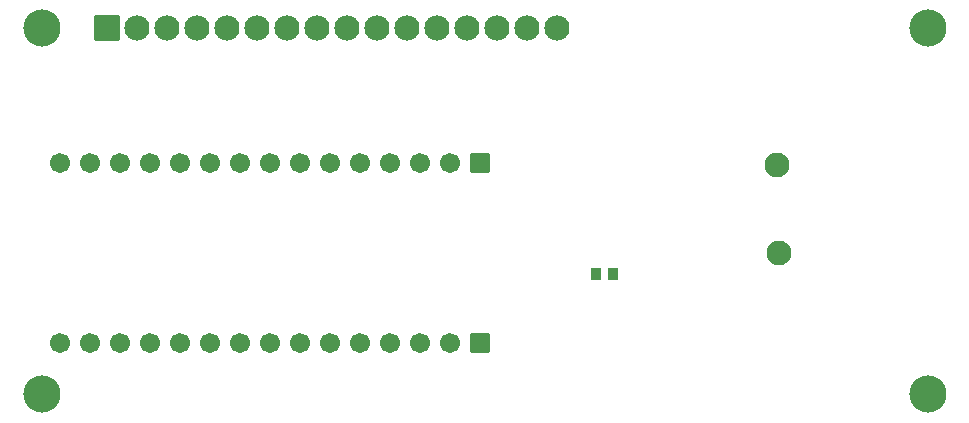
<source format=gts>
G04 Layer: TopSolderMaskLayer*
G04 EasyEDA v6.5.39, 2024-01-17 10:02:44*
G04 1fef0b057c1544a4ae72d55d562c7267,bea696f6f0d84e5180a10d4e04dd4222,10*
G04 Gerber Generator version 0.2*
G04 Scale: 100 percent, Rotated: No, Reflected: No *
G04 Dimensions in millimeters *
G04 leading zeros omitted , absolute positions ,4 integer and 5 decimal *
%FSLAX45Y45*%
%MOMM*%

%AMMACRO1*1,1,$1,$2,$3*1,1,$1,$4,$5*1,1,$1,0-$2,0-$3*1,1,$1,0-$4,0-$5*20,1,$1,$2,$3,$4,$5,0*20,1,$1,$4,$5,0-$2,0-$3,0*20,1,$1,0-$2,0-$3,0-$4,0-$5,0*20,1,$1,0-$4,0-$5,$2,$3,0*4,1,4,$2,$3,$4,$5,0-$2,0-$3,0-$4,0-$5,$2,$3,0*%
%ADD10C,2.1336*%
%ADD11MACRO1,0.1016X-1.016X1.016X1.016X1.016*%
%ADD12C,3.1496*%
%ADD13MACRO1,0.1016X-0.4032X-0.432X-0.4032X0.432*%
%ADD14MACRO1,0.1016X0.4032X-0.432X0.4032X0.432*%
%ADD15MACRO1,0.1016X-0.8X-0.8X0.8X-0.8*%
%ADD16C,1.7016*%
%ADD17C,2.1016*%

%LPD*%
D10*
G01*
X5486806Y13564209D03*
G01*
X5232806Y13564209D03*
G01*
X4978806Y13564209D03*
G01*
X4724806Y13564209D03*
G01*
X4470806Y13564209D03*
G01*
X4216806Y13564209D03*
G01*
X3962806Y13564209D03*
G01*
X3708806Y13564209D03*
G01*
X3454806Y13564209D03*
G01*
X3200806Y13564209D03*
G01*
X2946806Y13564209D03*
G01*
X2692806Y13564209D03*
G01*
X2438806Y13564209D03*
G01*
X2184806Y13564209D03*
G01*
X1930806Y13564209D03*
D11*
G01*
X1676798Y13564199D03*
D12*
G01*
X1126794Y13564209D03*
G01*
X1126794Y10464190D03*
G01*
X8626805Y13564209D03*
G01*
X8626805Y10464190D03*
D13*
G01*
X5968124Y11480800D03*
D14*
G01*
X5817475Y11480800D03*
D15*
G01*
X4838700Y10896600D03*
D16*
G01*
X4584700Y12420600D03*
G01*
X4076700Y12420600D03*
G01*
X3568700Y12420600D03*
G01*
X3060700Y12420600D03*
G01*
X2552700Y12420600D03*
G01*
X2044700Y12420600D03*
G01*
X1536700Y12420600D03*
G01*
X1282700Y10896600D03*
G01*
X1790700Y10896600D03*
G01*
X2298700Y10896600D03*
G01*
X2806700Y10896600D03*
G01*
X3314700Y10896600D03*
G01*
X3822700Y10896600D03*
G01*
X4330700Y10896600D03*
G01*
X4584700Y10896600D03*
G01*
X4076700Y10896600D03*
G01*
X3568700Y10896600D03*
G01*
X3060700Y10896600D03*
G01*
X2552700Y10896600D03*
G01*
X2044700Y10896600D03*
G01*
X1536700Y10896600D03*
G01*
X1282700Y12420600D03*
G01*
X1790700Y12420600D03*
G01*
X2298700Y12420600D03*
G01*
X2806700Y12420600D03*
G01*
X3314700Y12420600D03*
G01*
X3822700Y12420600D03*
G01*
X4330700Y12420600D03*
D15*
G01*
X4838700Y12420600D03*
D17*
G01*
X7366000Y11658600D03*
G01*
X7353300Y12407900D03*
M02*

</source>
